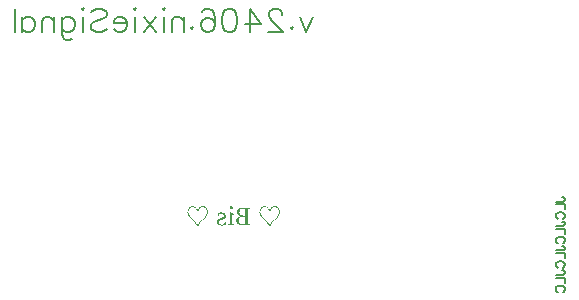
<source format=gbo>
G04 Layer: BottomSilkscreenLayer*
G04 EasyEDA v6.5.42, 2024-06-29 11:35:46*
G04 3b8aa43405674a7c8d552062a6d3ea0b,8e72fd04a6c14d66a7e837eb9aaabff2,10*
G04 Gerber Generator version 0.2*
G04 Scale: 100 percent, Rotated: No, Reflected: No *
G04 Dimensions in millimeters *
G04 leading zeros omitted , absolute positions ,4 integer and 5 decimal *
%FSLAX45Y45*%
%MOMM*%

%ADD10C,0.2032*%
%ADD11C,0.1500*%

%LPD*%
G36*
X3291230Y4087164D02*
G01*
X3285490Y4086758D01*
X3280003Y4085488D01*
X3274771Y4083507D01*
X3269894Y4080764D01*
X3265373Y4077309D01*
X3261258Y4073296D01*
X3257702Y4068622D01*
X3254654Y4063492D01*
X3252165Y4057802D01*
X3250336Y4051706D01*
X3249218Y4045254D01*
X3248812Y4038396D01*
X3256940Y4038396D01*
X3257296Y4044289D01*
X3258261Y4049826D01*
X3259785Y4055008D01*
X3261867Y4059732D01*
X3264408Y4064050D01*
X3267354Y4067911D01*
X3270707Y4071264D01*
X3274364Y4074058D01*
X3278276Y4076293D01*
X3282442Y4077970D01*
X3286810Y4078986D01*
X3291230Y4079290D01*
X3297224Y4078833D01*
X3302812Y4077411D01*
X3308146Y4075125D01*
X3313023Y4071924D01*
X3317544Y4067911D01*
X3321608Y4063034D01*
X3325215Y4057345D01*
X3329533Y4048404D01*
X3330854Y4046169D01*
X3332632Y4044594D01*
X3334918Y4043984D01*
X3337153Y4044594D01*
X3338880Y4046169D01*
X3340252Y4048404D01*
X3344468Y4057345D01*
X3348177Y4063034D01*
X3352292Y4067911D01*
X3356813Y4071924D01*
X3361740Y4075125D01*
X3367024Y4077411D01*
X3372662Y4078833D01*
X3378606Y4079290D01*
X3383076Y4078986D01*
X3387445Y4077970D01*
X3391611Y4076293D01*
X3395522Y4074058D01*
X3399180Y4071264D01*
X3402533Y4067911D01*
X3405479Y4064050D01*
X3408019Y4059732D01*
X3410102Y4055008D01*
X3411626Y4049826D01*
X3412591Y4044289D01*
X3412896Y4038396D01*
X3412439Y4031691D01*
X3411118Y4025290D01*
X3409035Y4019143D01*
X3406292Y4013301D01*
X3403041Y4007764D01*
X3399383Y4002481D01*
X3395421Y3997502D01*
X3386988Y3988358D01*
X3368649Y3970578D01*
X3357067Y3958183D01*
X3346907Y3946245D01*
X3338525Y3935577D01*
X3335121Y3930853D01*
X3334410Y3930954D01*
X3327298Y3940708D01*
X3317951Y3952240D01*
X3306978Y3964635D01*
X3294786Y3976928D01*
X3286963Y3984345D01*
X3278581Y3992879D01*
X3274415Y3997553D01*
X3270453Y4002532D01*
X3266795Y4007815D01*
X3263544Y4013352D01*
X3260852Y4019143D01*
X3258769Y4025290D01*
X3257448Y4031691D01*
X3256940Y4038396D01*
X3248812Y4038396D01*
X3249320Y4030979D01*
X3250692Y4023918D01*
X3252876Y4017213D01*
X3255721Y4010863D01*
X3259124Y4004868D01*
X3262934Y3999229D01*
X3267049Y3993896D01*
X3275838Y3984193D01*
X3293160Y3967276D01*
X3302558Y3957574D01*
X3311499Y3947566D01*
X3319729Y3937711D01*
X3326790Y3928516D01*
X3334664Y3916984D01*
X3335121Y3916984D01*
X3337356Y3920591D01*
X3342995Y3928516D01*
X3350107Y3937711D01*
X3358286Y3947566D01*
X3367227Y3957574D01*
X3376523Y3967276D01*
X3393897Y3984193D01*
X3402685Y3993896D01*
X3406800Y3999229D01*
X3410610Y4004868D01*
X3413963Y4010863D01*
X3416757Y4017213D01*
X3418941Y4023918D01*
X3420313Y4030979D01*
X3420770Y4038396D01*
X3420414Y4045254D01*
X3419297Y4051706D01*
X3417468Y4057802D01*
X3415029Y4063492D01*
X3412032Y4068622D01*
X3408476Y4073296D01*
X3404412Y4077309D01*
X3399942Y4080764D01*
X3395065Y4083507D01*
X3389884Y4085488D01*
X3384346Y4086758D01*
X3378606Y4087164D01*
X3373221Y4086860D01*
X3367582Y4085793D01*
X3361842Y4083913D01*
X3356051Y4080967D01*
X3350412Y4076954D01*
X3344926Y4071620D01*
X3339846Y4064965D01*
X3334918Y4056126D01*
X3334410Y4056684D01*
X3329940Y4064965D01*
X3324910Y4071620D01*
X3319526Y4076954D01*
X3313887Y4080967D01*
X3308096Y4083913D01*
X3302304Y4085793D01*
X3296665Y4086860D01*
G37*
G36*
X2681376Y4087164D02*
G01*
X2675636Y4086758D01*
X2670149Y4085488D01*
X2664968Y4083507D01*
X2660091Y4080764D01*
X2655620Y4077309D01*
X2651556Y4073296D01*
X2648000Y4068622D01*
X2644952Y4063492D01*
X2642514Y4057802D01*
X2640736Y4051706D01*
X2639618Y4045254D01*
X2639212Y4038396D01*
X2647086Y4038396D01*
X2647442Y4044289D01*
X2648407Y4049826D01*
X2649931Y4055008D01*
X2652014Y4059732D01*
X2654554Y4064050D01*
X2657500Y4067911D01*
X2660853Y4071264D01*
X2664510Y4074058D01*
X2668422Y4076293D01*
X2672588Y4077970D01*
X2676956Y4078986D01*
X2681376Y4079290D01*
X2687370Y4078833D01*
X2692958Y4077411D01*
X2698292Y4075125D01*
X2703220Y4071924D01*
X2707741Y4067911D01*
X2711856Y4063034D01*
X2715514Y4057345D01*
X2719781Y4048404D01*
X2721152Y4046169D01*
X2722880Y4044594D01*
X2725064Y4043984D01*
X2727401Y4044594D01*
X2729128Y4046169D01*
X2730500Y4048404D01*
X2734818Y4057345D01*
X2738424Y4063034D01*
X2742488Y4067911D01*
X2747010Y4071924D01*
X2751886Y4075125D01*
X2757170Y4077411D01*
X2762808Y4078833D01*
X2768752Y4079290D01*
X2773222Y4078986D01*
X2777591Y4077970D01*
X2781757Y4076293D01*
X2785668Y4074058D01*
X2789326Y4071264D01*
X2792679Y4067911D01*
X2795625Y4064050D01*
X2798165Y4059732D01*
X2800248Y4055008D01*
X2801772Y4049826D01*
X2802737Y4044289D01*
X2803042Y4038396D01*
X2802585Y4031691D01*
X2801264Y4025290D01*
X2799181Y4019143D01*
X2796489Y4013301D01*
X2793238Y4007764D01*
X2789580Y4002481D01*
X2785618Y3997502D01*
X2777236Y3988358D01*
X2758948Y3970578D01*
X2747264Y3958183D01*
X2737104Y3946245D01*
X2725369Y3930853D01*
X2724912Y3930853D01*
X2713075Y3946347D01*
X2702814Y3958386D01*
X2697124Y3964635D01*
X2684932Y3976928D01*
X2677210Y3984345D01*
X2668828Y3992879D01*
X2664663Y3997553D01*
X2660700Y4002532D01*
X2657043Y4007815D01*
X2653741Y4013352D01*
X2650998Y4019143D01*
X2648915Y4025290D01*
X2647594Y4031691D01*
X2647086Y4038396D01*
X2639212Y4038396D01*
X2639720Y4030979D01*
X2641092Y4023918D01*
X2643225Y4017213D01*
X2646070Y4010863D01*
X2649423Y4004868D01*
X2653233Y3999229D01*
X2657348Y3993896D01*
X2666136Y3984193D01*
X2683510Y3967276D01*
X2692806Y3957574D01*
X2701747Y3947566D01*
X2709926Y3937711D01*
X2717038Y3928516D01*
X2722676Y3920591D01*
X2724912Y3916984D01*
X2725369Y3916984D01*
X2733243Y3928516D01*
X2740304Y3937711D01*
X2748534Y3947566D01*
X2757474Y3957574D01*
X2766872Y3967276D01*
X2784195Y3984193D01*
X2792933Y3993896D01*
X2797098Y3999229D01*
X2800908Y4004868D01*
X2804312Y4010863D01*
X2807157Y4017213D01*
X2809341Y4023918D01*
X2810713Y4030979D01*
X2811170Y4038396D01*
X2810814Y4045254D01*
X2809697Y4051706D01*
X2807868Y4057802D01*
X2805379Y4063492D01*
X2802331Y4068622D01*
X2798724Y4073296D01*
X2794660Y4077309D01*
X2790139Y4080764D01*
X2785262Y4083507D01*
X2780030Y4085488D01*
X2774543Y4086758D01*
X2768752Y4087164D01*
X2763367Y4086860D01*
X2757728Y4085793D01*
X2751988Y4083913D01*
X2746248Y4080967D01*
X2740609Y4076954D01*
X2735224Y4071620D01*
X2730144Y4064965D01*
X2725369Y4056278D01*
X2725115Y4056126D01*
X2720238Y4064965D01*
X2715209Y4071620D01*
X2709773Y4076954D01*
X2704084Y4080967D01*
X2698292Y4083913D01*
X2692450Y4085793D01*
X2686812Y4086860D01*
G37*
G36*
X3008274Y4086402D02*
G01*
X3002737Y4085437D01*
X2998114Y4082745D01*
X2994964Y4078478D01*
X2993796Y4072940D01*
X2994964Y4067352D01*
X2998114Y4062933D01*
X3002737Y4060037D01*
X3008274Y4058970D01*
X3013964Y4060037D01*
X3018434Y4062933D01*
X3021431Y4067352D01*
X3022498Y4072940D01*
X3021431Y4078478D01*
X3018434Y4082745D01*
X3013964Y4085437D01*
G37*
G36*
X3107842Y4073956D02*
G01*
X3100222Y4073651D01*
X3093262Y4072788D01*
X3086912Y4071315D01*
X3081172Y4069283D01*
X3076092Y4066794D01*
X3071723Y4063847D01*
X3067964Y4060444D01*
X3064865Y4056634D01*
X3062478Y4052417D01*
X3060750Y4047896D01*
X3059684Y4043019D01*
X3059395Y4037126D01*
X3079140Y4037126D01*
X3079699Y4044035D01*
X3081324Y4049928D01*
X3084017Y4054754D01*
X3087776Y4058665D01*
X3092704Y4061663D01*
X3098647Y4063695D01*
X3105759Y4064914D01*
X3113938Y4065320D01*
X3129686Y4065320D01*
X3129940Y4006900D01*
X3118256Y4006900D01*
X3108960Y4007358D01*
X3100933Y4008729D01*
X3094177Y4011015D01*
X3088741Y4014215D01*
X3084525Y4018432D01*
X3081528Y4023614D01*
X3079750Y4029862D01*
X3079140Y4037126D01*
X3059395Y4037126D01*
X3059836Y4032148D01*
X3061309Y4026611D01*
X3063900Y4021328D01*
X3067558Y4016451D01*
X3072434Y4012082D01*
X3078530Y4008272D01*
X3085896Y4005173D01*
X3094634Y4002836D01*
X3087471Y4001617D01*
X3080969Y3999941D01*
X3075178Y3997909D01*
X3070098Y3995521D01*
X3065678Y3992727D01*
X3061868Y3989628D01*
X3058718Y3986276D01*
X3056128Y3982618D01*
X3054197Y3978706D01*
X3052826Y3974592D01*
X3052013Y3970274D01*
X3051721Y3965498D01*
X3073044Y3965498D01*
X3073349Y3970629D01*
X3074212Y3975303D01*
X3075635Y3979570D01*
X3077718Y3983380D01*
X3080359Y3986733D01*
X3083661Y3989628D01*
X3087573Y3992118D01*
X3092145Y3994150D01*
X3097377Y3995724D01*
X3103321Y3996842D01*
X3109925Y3997553D01*
X3117240Y3997756D01*
X3129940Y3997756D01*
X3129686Y3934002D01*
X3114954Y3934002D01*
X3108350Y3934256D01*
X3102254Y3934917D01*
X3096768Y3936085D01*
X3091789Y3937660D01*
X3087420Y3939692D01*
X3083661Y3942130D01*
X3080410Y3945026D01*
X3077768Y3948328D01*
X3075736Y3952036D01*
X3074263Y3956151D01*
X3073349Y3960622D01*
X3073044Y3965498D01*
X3051721Y3965498D01*
X3051911Y3961942D01*
X3052521Y3958183D01*
X3053537Y3954475D01*
X3054959Y3950868D01*
X3056839Y3947363D01*
X3059226Y3943959D01*
X3062020Y3940810D01*
X3065322Y3937812D01*
X3069132Y3935120D01*
X3073450Y3932631D01*
X3078276Y3930446D01*
X3083661Y3928618D01*
X3089605Y3927144D01*
X3096107Y3926027D01*
X3103219Y3925366D01*
X3110890Y3925112D01*
X3171596Y3925112D01*
X3171596Y3932732D01*
X3150768Y3935018D01*
X3150412Y3957320D01*
X3150260Y4012793D01*
X3150768Y4064050D01*
X3171596Y4066336D01*
X3171596Y4073956D01*
G37*
G36*
X2924708Y4033570D02*
G01*
X2916224Y4032961D01*
X2908350Y4031183D01*
X2900883Y4028338D01*
X2893466Y4024426D01*
X2894482Y4001820D01*
X2904388Y4001820D01*
X2908706Y4020870D01*
X2912567Y4022598D01*
X2916529Y4023868D01*
X2920593Y4024680D01*
X2924708Y4024934D01*
X2934106Y4023766D01*
X2940862Y4020464D01*
X2944926Y4015333D01*
X2946298Y4008678D01*
X2945231Y4002227D01*
X2941675Y3997147D01*
X2935274Y3992930D01*
X2925724Y3988866D01*
X2917850Y3986072D01*
X2910281Y3983075D01*
X2903880Y3979824D01*
X2898648Y3976319D01*
X2894431Y3972458D01*
X2891282Y3968343D01*
X2889097Y3963924D01*
X2887827Y3959148D01*
X2887370Y3954068D01*
X2887726Y3949852D01*
X2888640Y3945737D01*
X2890164Y3941826D01*
X2892298Y3938168D01*
X2895092Y3934815D01*
X2898394Y3931716D01*
X2902356Y3929024D01*
X2906826Y3926738D01*
X2911906Y3924858D01*
X2917596Y3923487D01*
X2923794Y3922623D01*
X2930550Y3922318D01*
X2939643Y3922877D01*
X2948025Y3924452D01*
X2956052Y3927043D01*
X2964078Y3930700D01*
X2964586Y3955084D01*
X2953918Y3955084D01*
X2949092Y3934510D01*
X2945028Y3932885D01*
X2940659Y3931665D01*
X2935935Y3930954D01*
X2930804Y3930700D01*
X2924708Y3931056D01*
X2919425Y3932021D01*
X2915005Y3933596D01*
X2911449Y3935729D01*
X2908655Y3938371D01*
X2906725Y3941419D01*
X2905556Y3944924D01*
X2905150Y3948734D01*
X2906369Y3955237D01*
X2910078Y3960418D01*
X2916529Y3964889D01*
X2925978Y3969054D01*
X2936138Y3972356D01*
X2942082Y3974795D01*
X2947416Y3977538D01*
X2952089Y3980586D01*
X2956052Y3984040D01*
X2959252Y3987952D01*
X2961640Y3992321D01*
X2963113Y3997198D01*
X2963570Y4002582D01*
X2962960Y4008678D01*
X2961030Y4014419D01*
X2957880Y4019651D01*
X2953512Y4024274D01*
X2947974Y4028135D01*
X2941320Y4031081D01*
X2933547Y4032910D01*
G37*
G36*
X3001416Y4033316D02*
G01*
X2998368Y4031284D01*
X2998876Y4001820D01*
X2998724Y3953560D01*
X2998368Y3934510D01*
X2983128Y3931970D01*
X2983128Y3925112D01*
X3034436Y3925112D01*
X3034436Y3931970D01*
X3017418Y3934510D01*
X3016910Y3971848D01*
X3016961Y3992067D01*
X3017418Y4012996D01*
X3035706Y4014774D01*
X3035706Y4021378D01*
G37*
D10*
X3702204Y5690021D02*
G01*
X3646787Y5560712D01*
X3591369Y5690021D02*
G01*
X3646787Y5560712D01*
X3521171Y5606892D02*
G01*
X3530409Y5597657D01*
X3521171Y5588421D01*
X3511936Y5597657D01*
X3521171Y5606892D01*
X3441740Y5708492D02*
G01*
X3441740Y5717730D01*
X3432502Y5736203D01*
X3423267Y5745439D01*
X3404793Y5754674D01*
X3367849Y5754674D01*
X3349376Y5745439D01*
X3340140Y5736203D01*
X3330902Y5717730D01*
X3330902Y5699257D01*
X3340140Y5680783D01*
X3358611Y5653074D01*
X3450976Y5560712D01*
X3321667Y5560712D01*
X3168342Y5754674D02*
G01*
X3260707Y5625365D01*
X3122160Y5625365D01*
X3168342Y5754674D02*
G01*
X3168342Y5560712D01*
X3005782Y5754674D02*
G01*
X3033491Y5745439D01*
X3051964Y5717730D01*
X3061200Y5671548D01*
X3061200Y5643839D01*
X3051964Y5597657D01*
X3033491Y5569948D01*
X3005782Y5560712D01*
X2987309Y5560712D01*
X2959600Y5569948D01*
X2941129Y5597657D01*
X2931891Y5643839D01*
X2931891Y5671548D01*
X2941129Y5717730D01*
X2959600Y5745439D01*
X2987309Y5754674D01*
X3005782Y5754674D01*
X2760096Y5726965D02*
G01*
X2769331Y5745439D01*
X2797040Y5754674D01*
X2815513Y5754674D01*
X2843222Y5745439D01*
X2861696Y5717730D01*
X2870931Y5671548D01*
X2870931Y5625365D01*
X2861696Y5588421D01*
X2843222Y5569948D01*
X2815513Y5560712D01*
X2806278Y5560712D01*
X2778569Y5569948D01*
X2760096Y5588421D01*
X2750860Y5616130D01*
X2750860Y5625365D01*
X2760096Y5653074D01*
X2778569Y5671548D01*
X2806278Y5680783D01*
X2815513Y5680783D01*
X2843222Y5671548D01*
X2861696Y5653074D01*
X2870931Y5625365D01*
X2680662Y5606892D02*
G01*
X2689900Y5597657D01*
X2680662Y5588421D01*
X2671427Y5597657D01*
X2680662Y5606892D01*
X2610467Y5690021D02*
G01*
X2610467Y5560712D01*
X2610467Y5653074D02*
G01*
X2582758Y5680783D01*
X2564284Y5690021D01*
X2536576Y5690021D01*
X2518102Y5680783D01*
X2508867Y5653074D01*
X2508867Y5560712D01*
X2447907Y5754674D02*
G01*
X2438669Y5745439D01*
X2429433Y5754674D01*
X2438669Y5763912D01*
X2447907Y5754674D01*
X2438669Y5690021D02*
G01*
X2438669Y5560712D01*
X2368473Y5690021D02*
G01*
X2266873Y5560712D01*
X2266873Y5690021D02*
G01*
X2368473Y5560712D01*
X2205913Y5754674D02*
G01*
X2196678Y5745439D01*
X2187440Y5754674D01*
X2196678Y5763912D01*
X2205913Y5754674D01*
X2196678Y5690021D02*
G01*
X2196678Y5560712D01*
X2126480Y5634603D02*
G01*
X2015644Y5634603D01*
X2015644Y5653074D01*
X2024880Y5671548D01*
X2034118Y5680783D01*
X2052589Y5690021D01*
X2080300Y5690021D01*
X2098771Y5680783D01*
X2117244Y5662312D01*
X2126480Y5634603D01*
X2126480Y5616130D01*
X2117244Y5588421D01*
X2098771Y5569948D01*
X2080300Y5560712D01*
X2052589Y5560712D01*
X2034118Y5569948D01*
X2015644Y5588421D01*
X1825376Y5726965D02*
G01*
X1843849Y5745439D01*
X1871558Y5754674D01*
X1908502Y5754674D01*
X1936211Y5745439D01*
X1954684Y5726965D01*
X1954684Y5708492D01*
X1945449Y5690021D01*
X1936211Y5680783D01*
X1917740Y5671548D01*
X1862320Y5653074D01*
X1843849Y5643839D01*
X1834611Y5634603D01*
X1825376Y5616130D01*
X1825376Y5588421D01*
X1843849Y5569948D01*
X1871558Y5560712D01*
X1908502Y5560712D01*
X1936211Y5569948D01*
X1954684Y5588421D01*
X1764416Y5754674D02*
G01*
X1755180Y5745439D01*
X1745942Y5754674D01*
X1755180Y5763912D01*
X1764416Y5754674D01*
X1755180Y5690021D02*
G01*
X1755180Y5560712D01*
X1574147Y5690021D02*
G01*
X1574147Y5542239D01*
X1583382Y5514530D01*
X1592620Y5505292D01*
X1611091Y5496057D01*
X1638800Y5496057D01*
X1657273Y5505292D01*
X1574147Y5662312D02*
G01*
X1592620Y5680783D01*
X1611091Y5690021D01*
X1638800Y5690021D01*
X1657273Y5680783D01*
X1675747Y5662312D01*
X1684982Y5634603D01*
X1684982Y5616130D01*
X1675747Y5588421D01*
X1657273Y5569948D01*
X1638800Y5560712D01*
X1611091Y5560712D01*
X1592620Y5569948D01*
X1574147Y5588421D01*
X1513187Y5690021D02*
G01*
X1513187Y5560712D01*
X1513187Y5653074D02*
G01*
X1485478Y5680783D01*
X1467004Y5690021D01*
X1439296Y5690021D01*
X1420822Y5680783D01*
X1411587Y5653074D01*
X1411587Y5560712D01*
X1239789Y5690021D02*
G01*
X1239789Y5560712D01*
X1239789Y5662312D02*
G01*
X1258262Y5680783D01*
X1276736Y5690021D01*
X1304444Y5690021D01*
X1322918Y5680783D01*
X1341389Y5662312D01*
X1350627Y5634603D01*
X1350627Y5616130D01*
X1341389Y5588421D01*
X1322918Y5569948D01*
X1304444Y5560712D01*
X1276736Y5560712D01*
X1258262Y5569948D01*
X1239789Y5588421D01*
X1178829Y5754674D02*
G01*
X1178829Y5560712D01*
D11*
X5758322Y4125671D02*
G01*
X5816503Y4125671D01*
X5827412Y4129305D01*
X5831047Y4132943D01*
X5834684Y4140215D01*
X5834684Y4147487D01*
X5831047Y4154761D01*
X5827412Y4158396D01*
X5816503Y4162033D01*
X5809231Y4162033D01*
X5758322Y4101670D02*
G01*
X5834684Y4101670D01*
X5834684Y4101670D02*
G01*
X5834684Y4058033D01*
X5776503Y3979489D02*
G01*
X5769231Y3983123D01*
X5761956Y3990398D01*
X5758322Y3997670D01*
X5758322Y4012217D01*
X5761956Y4019489D01*
X5769231Y4026761D01*
X5776503Y4030398D01*
X5787412Y4034033D01*
X5805594Y4034033D01*
X5816503Y4030398D01*
X5823775Y4026761D01*
X5831047Y4019489D01*
X5834684Y4012217D01*
X5834684Y3997670D01*
X5831047Y3990398D01*
X5823775Y3983123D01*
X5816503Y3979489D01*
X5758322Y3919126D02*
G01*
X5816503Y3919126D01*
X5827412Y3922760D01*
X5831047Y3926398D01*
X5834684Y3933670D01*
X5834684Y3940944D01*
X5831047Y3948216D01*
X5827412Y3951851D01*
X5816503Y3955488D01*
X5809231Y3955488D01*
X5758322Y3895125D02*
G01*
X5834684Y3895125D01*
X5834684Y3895125D02*
G01*
X5834684Y3851488D01*
X5776503Y3772943D02*
G01*
X5769231Y3776581D01*
X5761956Y3783853D01*
X5758322Y3791125D01*
X5758322Y3805671D01*
X5761956Y3812943D01*
X5769231Y3820215D01*
X5776503Y3823853D01*
X5787412Y3827487D01*
X5805594Y3827487D01*
X5816503Y3823853D01*
X5823775Y3820215D01*
X5831047Y3812943D01*
X5834684Y3805671D01*
X5834684Y3791125D01*
X5831047Y3783853D01*
X5823775Y3776581D01*
X5816503Y3772943D01*
X5758322Y3712580D02*
G01*
X5816503Y3712580D01*
X5827412Y3716215D01*
X5831047Y3719852D01*
X5834684Y3727124D01*
X5834684Y3734399D01*
X5831047Y3741671D01*
X5827412Y3745306D01*
X5816503Y3748943D01*
X5809231Y3748943D01*
X5758322Y3688580D02*
G01*
X5834684Y3688580D01*
X5834684Y3688580D02*
G01*
X5834684Y3644943D01*
X5776503Y3566398D02*
G01*
X5769231Y3570036D01*
X5761956Y3577308D01*
X5758322Y3584580D01*
X5758322Y3599126D01*
X5761956Y3606398D01*
X5769231Y3613670D01*
X5776503Y3617307D01*
X5787412Y3620945D01*
X5805594Y3620945D01*
X5816503Y3617307D01*
X5823775Y3613670D01*
X5831047Y3606398D01*
X5834684Y3599126D01*
X5834684Y3584580D01*
X5831047Y3577308D01*
X5823775Y3570036D01*
X5816503Y3566398D01*
X5758322Y3506035D02*
G01*
X5816503Y3506035D01*
X5827412Y3509670D01*
X5831047Y3513307D01*
X5834684Y3520579D01*
X5834684Y3527854D01*
X5831047Y3535126D01*
X5827412Y3538763D01*
X5816503Y3542398D01*
X5809231Y3542398D01*
X5758322Y3482035D02*
G01*
X5834684Y3482035D01*
X5834684Y3482035D02*
G01*
X5834684Y3438397D01*
X5776503Y3359853D02*
G01*
X5769231Y3363490D01*
X5761956Y3370762D01*
X5758322Y3378034D01*
X5758322Y3392581D01*
X5761956Y3399853D01*
X5769231Y3407125D01*
X5776503Y3410762D01*
X5787412Y3414400D01*
X5805594Y3414400D01*
X5816503Y3410762D01*
X5823775Y3407125D01*
X5831047Y3399853D01*
X5834684Y3392581D01*
X5834684Y3378034D01*
X5831047Y3370762D01*
X5823775Y3363490D01*
X5816503Y3359853D01*
M02*

</source>
